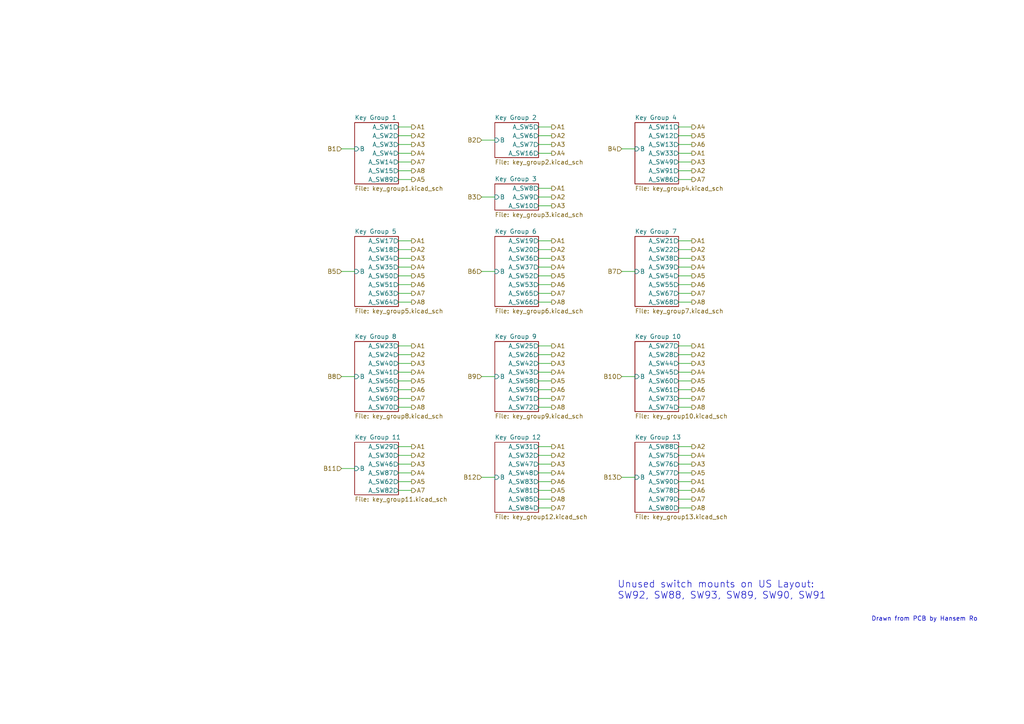
<source format=kicad_sch>
(kicad_sch (version 20211123) (generator eeschema)
  (paper "A4")
  (lib_symbols)
  (wire (pts (xy 115.57 49.53) (xy 119.38 49.53)))
  (wire (pts (xy 139.7 40.64) (xy 143.51 40.64)))
  (wire (pts (xy 139.7 57.15) (xy 143.51 57.15)))
  (wire (pts (xy 115.57 139.7) (xy 119.38 139.7)))
  (wire (pts (xy 139.7 138.43) (xy 143.51 138.43)))
  (wire (pts (xy 156.21 80.01) (xy 160.02 80.01)))
  (wire (pts (xy 115.57 129.54) (xy 119.38 129.54)))
  (wire (pts (xy 115.57 137.16) (xy 119.38 137.16)))
  (wire (pts (xy 180.34 109.22) (xy 184.15 109.22)))
  (wire (pts (xy 156.21 44.45) (xy 160.02 44.45)))
  (wire (pts (xy 156.21 139.7) (xy 160.02 139.7)))
  (wire (pts (xy 196.85 113.03) (xy 200.66 113.03)))
  (wire (pts (xy 196.85 134.62) (xy 200.66 134.62)))
  (wire (pts (xy 196.85 129.54) (xy 200.66 129.54)))
  (wire (pts (xy 196.85 139.7) (xy 200.66 139.7)))
  (wire (pts (xy 156.21 59.69) (xy 160.02 59.69)))
  (wire (pts (xy 115.57 46.99) (xy 119.38 46.99)))
  (wire (pts (xy 115.57 82.55) (xy 119.38 82.55)))
  (wire (pts (xy 156.21 142.24) (xy 160.02 142.24)))
  (wire (pts (xy 99.06 43.18) (xy 102.87 43.18)))
  (wire (pts (xy 115.57 41.91) (xy 119.38 41.91)))
  (wire (pts (xy 156.21 74.93) (xy 160.02 74.93)))
  (wire (pts (xy 115.57 105.41) (xy 119.38 105.41)))
  (wire (pts (xy 115.57 132.08) (xy 119.38 132.08)))
  (wire (pts (xy 115.57 87.63) (xy 119.38 87.63)))
  (wire (pts (xy 196.85 72.39) (xy 200.66 72.39)))
  (wire (pts (xy 156.21 41.91) (xy 160.02 41.91)))
  (wire (pts (xy 156.21 132.08) (xy 160.02 132.08)))
  (wire (pts (xy 156.21 144.78) (xy 160.02 144.78)))
  (wire (pts (xy 156.21 72.39) (xy 160.02 72.39)))
  (wire (pts (xy 156.21 105.41) (xy 160.02 105.41)))
  (wire (pts (xy 156.21 36.83) (xy 160.02 36.83)))
  (wire (pts (xy 156.21 69.85) (xy 160.02 69.85)))
  (wire (pts (xy 115.57 102.87) (xy 119.38 102.87)))
  (wire (pts (xy 156.21 82.55) (xy 160.02 82.55)))
  (wire (pts (xy 196.85 105.41) (xy 200.66 105.41)))
  (wire (pts (xy 196.85 137.16) (xy 200.66 137.16)))
  (wire (pts (xy 156.21 77.47) (xy 160.02 77.47)))
  (wire (pts (xy 115.57 110.49) (xy 119.38 110.49)))
  (wire (pts (xy 196.85 85.09) (xy 200.66 85.09)))
  (wire (pts (xy 196.85 49.53) (xy 200.66 49.53)))
  (wire (pts (xy 196.85 102.87) (xy 200.66 102.87)))
  (wire (pts (xy 115.57 36.83) (xy 119.38 36.83)))
  (wire (pts (xy 196.85 107.95) (xy 200.66 107.95)))
  (wire (pts (xy 156.21 54.61) (xy 160.02 54.61)))
  (wire (pts (xy 196.85 69.85) (xy 200.66 69.85)))
  (wire (pts (xy 115.57 107.95) (xy 119.38 107.95)))
  (wire (pts (xy 115.57 115.57) (xy 119.38 115.57)))
  (wire (pts (xy 156.21 110.49) (xy 160.02 110.49)))
  (wire (pts (xy 99.06 109.22) (xy 102.87 109.22)))
  (wire (pts (xy 156.21 57.15) (xy 160.02 57.15)))
  (wire (pts (xy 196.85 147.32) (xy 200.66 147.32)))
  (wire (pts (xy 196.85 110.49) (xy 200.66 110.49)))
  (wire (pts (xy 156.21 118.11) (xy 160.02 118.11)))
  (wire (pts (xy 156.21 134.62) (xy 160.02 134.62)))
  (wire (pts (xy 99.06 135.89) (xy 102.87 135.89)))
  (wire (pts (xy 115.57 74.93) (xy 119.38 74.93)))
  (wire (pts (xy 196.85 39.37) (xy 200.66 39.37)))
  (wire (pts (xy 99.06 78.74) (xy 102.87 78.74)))
  (wire (pts (xy 156.21 87.63) (xy 160.02 87.63)))
  (wire (pts (xy 196.85 100.33) (xy 200.66 100.33)))
  (wire (pts (xy 115.57 69.85) (xy 119.38 69.85)))
  (wire (pts (xy 196.85 77.47) (xy 200.66 77.47)))
  (wire (pts (xy 139.7 109.22) (xy 143.51 109.22)))
  (wire (pts (xy 115.57 77.47) (xy 119.38 77.47)))
  (wire (pts (xy 115.57 134.62) (xy 119.38 134.62)))
  (wire (pts (xy 156.21 113.03) (xy 160.02 113.03)))
  (wire (pts (xy 115.57 39.37) (xy 119.38 39.37)))
  (wire (pts (xy 156.21 115.57) (xy 160.02 115.57)))
  (wire (pts (xy 115.57 52.07) (xy 119.38 52.07)))
  (wire (pts (xy 196.85 144.78) (xy 200.66 144.78)))
  (wire (pts (xy 196.85 87.63) (xy 200.66 87.63)))
  (wire (pts (xy 180.34 138.43) (xy 184.15 138.43)))
  (wire (pts (xy 196.85 74.93) (xy 200.66 74.93)))
  (wire (pts (xy 156.21 102.87) (xy 160.02 102.87)))
  (wire (pts (xy 115.57 118.11) (xy 119.38 118.11)))
  (wire (pts (xy 115.57 142.24) (xy 119.38 142.24)))
  (wire (pts (xy 115.57 80.01) (xy 119.38 80.01)))
  (wire (pts (xy 156.21 100.33) (xy 160.02 100.33)))
  (wire (pts (xy 196.85 132.08) (xy 200.66 132.08)))
  (wire (pts (xy 196.85 44.45) (xy 200.66 44.45)))
  (wire (pts (xy 196.85 115.57) (xy 200.66 115.57)))
  (wire (pts (xy 196.85 41.91) (xy 200.66 41.91)))
  (wire (pts (xy 196.85 46.99) (xy 200.66 46.99)))
  (wire (pts (xy 115.57 113.03) (xy 119.38 113.03)))
  (wire (pts (xy 196.85 118.11) (xy 200.66 118.11)))
  (wire (pts (xy 196.85 82.55) (xy 200.66 82.55)))
  (wire (pts (xy 196.85 142.24) (xy 200.66 142.24)))
  (wire (pts (xy 115.57 100.33) (xy 119.38 100.33)))
  (wire (pts (xy 156.21 107.95) (xy 160.02 107.95)))
  (wire (pts (xy 156.21 137.16) (xy 160.02 137.16)))
  (wire (pts (xy 115.57 44.45) (xy 119.38 44.45)))
  (wire (pts (xy 196.85 80.01) (xy 200.66 80.01)))
  (wire (pts (xy 115.57 72.39) (xy 119.38 72.39)))
  (wire (pts (xy 115.57 85.09) (xy 119.38 85.09)))
  (wire (pts (xy 196.85 36.83) (xy 200.66 36.83)))
  (wire (pts (xy 156.21 39.37) (xy 160.02 39.37)))
  (wire (pts (xy 156.21 129.54) (xy 160.02 129.54)))
  (wire (pts (xy 180.34 78.74) (xy 184.15 78.74)))
  (wire (pts (xy 156.21 85.09) (xy 160.02 85.09)))
  (wire (pts (xy 180.34 43.18) (xy 184.15 43.18)))
  (wire (pts (xy 139.7 78.74) (xy 143.51 78.74)))
  (wire (pts (xy 196.85 52.07) (xy 200.66 52.07)))
  (wire (pts (xy 156.21 147.32) (xy 160.02 147.32)))
  (text "Unused switch mounts on US Layout:\nSW92, SW88, SW93, SW89, SW90, SW91" (at 179.07 173.99 0) (effects (font (size 2 2)) (justify left bottom)))
  (text "Drawn from PCB by Hansem Ro" (at 252.73 180.34 0) (effects (font (size 1.27 1.27)) (justify left bottom)))
  (hierarchical_label "A2" (shape output) (at 160.02 102.87 0))
  (hierarchical_label "A3" (shape output) (at 200.66 105.41 0))
  (hierarchical_label "A3" (shape output) (at 160.02 74.93 0))
  (hierarchical_label "A6" (shape output) (at 119.38 113.03 0))
  (hierarchical_label "A2" (shape output) (at 160.02 57.15 0))
  (hierarchical_label "B10" (shape input) (at 180.34 109.22 180))
  (hierarchical_label "A1" (shape output) (at 119.38 129.54 0))
  (hierarchical_label "A3" (shape output) (at 200.66 134.62 0))
  (hierarchical_label "A6" (shape output) (at 119.38 82.55 0))
  (hierarchical_label "A8" (shape output) (at 160.02 144.78 0))
  (hierarchical_label "A8" (shape output) (at 200.66 87.63 0))
  (hierarchical_label "A3" (shape output) (at 200.66 46.99 0))
  (hierarchical_label "B1" (shape input) (at 99.06 43.18 180))
  (hierarchical_label "B12" (shape input) (at 139.7 138.43 180))
  (hierarchical_label "A5" (shape output) (at 119.38 80.01 0))
  (hierarchical_label "A3" (shape output) (at 119.38 74.93 0))
  (hierarchical_label "A5" (shape output) (at 200.66 137.16 0))
  (hierarchical_label "A1" (shape output) (at 160.02 100.33 0))
  (hierarchical_label "A8" (shape output) (at 160.02 87.63 0))
  (hierarchical_label "A8" (shape output) (at 119.38 49.53 0))
  (hierarchical_label "A5" (shape output) (at 160.02 110.49 0))
  (hierarchical_label "A7" (shape output) (at 160.02 147.32 0))
  (hierarchical_label "B7" (shape input) (at 180.34 78.74 180))
  (hierarchical_label "A8" (shape output) (at 200.66 147.32 0))
  (hierarchical_label "A4" (shape output) (at 119.38 77.47 0))
  (hierarchical_label "A1" (shape output) (at 119.38 100.33 0))
  (hierarchical_label "A1" (shape output) (at 200.66 100.33 0))
  (hierarchical_label "A5" (shape output) (at 119.38 139.7 0))
  (hierarchical_label "A2" (shape output) (at 160.02 72.39 0))
  (hierarchical_label "A3" (shape output) (at 119.38 105.41 0))
  (hierarchical_label "A2" (shape output) (at 200.66 49.53 0))
  (hierarchical_label "B5" (shape input) (at 99.06 78.74 180))
  (hierarchical_label "A1" (shape output) (at 160.02 54.61 0))
  (hierarchical_label "A7" (shape output) (at 160.02 85.09 0))
  (hierarchical_label "A5" (shape output) (at 200.66 39.37 0))
  (hierarchical_label "B11" (shape input) (at 99.06 135.89 180))
  (hierarchical_label "A7" (shape output) (at 200.66 85.09 0))
  (hierarchical_label "B4" (shape input) (at 180.34 43.18 180))
  (hierarchical_label "B3" (shape input) (at 139.7 57.15 180))
  (hierarchical_label "A5" (shape output) (at 160.02 80.01 0))
  (hierarchical_label "A7" (shape output) (at 119.38 85.09 0))
  (hierarchical_label "A2" (shape output) (at 119.38 132.08 0))
  (hierarchical_label "A8" (shape output) (at 119.38 118.11 0))
  (hierarchical_label "A6" (shape output) (at 160.02 113.03 0))
  (hierarchical_label "A1" (shape output) (at 119.38 36.83 0))
  (hierarchical_label "A2" (shape output) (at 160.02 39.37 0))
  (hierarchical_label "A5" (shape output) (at 200.66 80.01 0))
  (hierarchical_label "A3" (shape output) (at 119.38 134.62 0))
  (hierarchical_label "B8" (shape input) (at 99.06 109.22 180))
  (hierarchical_label "A2" (shape output) (at 119.38 72.39 0))
  (hierarchical_label "A1" (shape output) (at 160.02 36.83 0))
  (hierarchical_label "A3" (shape output) (at 200.66 74.93 0))
  (hierarchical_label "B2" (shape input) (at 139.7 40.64 180))
  (hierarchical_label "A1" (shape output) (at 160.02 69.85 0))
  (hierarchical_label "A7" (shape output) (at 119.38 142.24 0))
  (hierarchical_label "A4" (shape output) (at 160.02 137.16 0))
  (hierarchical_label "A1" (shape output) (at 200.66 139.7 0))
  (hierarchical_label "A6" (shape output) (at 200.66 113.03 0))
  (hierarchical_label "A4" (shape output) (at 200.66 36.83 0))
  (hierarchical_label "A7" (shape output) (at 160.02 115.57 0))
  (hierarchical_label "A4" (shape output) (at 119.38 44.45 0))
  (hierarchical_label "A8" (shape output) (at 119.38 87.63 0))
  (hierarchical_label "A4" (shape output) (at 200.66 77.47 0))
  (hierarchical_label "A4" (shape output) (at 119.38 107.95 0))
  (hierarchical_label "A1" (shape output) (at 160.02 129.54 0))
  (hierarchical_label "A7" (shape output) (at 200.66 144.78 0))
  (hierarchical_label "A1" (shape output) (at 119.38 69.85 0))
  (hierarchical_label "A2" (shape output) (at 119.38 102.87 0))
  (hierarchical_label "A7" (shape output) (at 119.38 115.57 0))
  (hierarchical_label "A4" (shape output) (at 160.02 77.47 0))
  (hierarchical_label "A7" (shape output) (at 119.38 46.99 0))
  (hierarchical_label "A3" (shape output) (at 160.02 41.91 0))
  (hierarchical_label "A1" (shape output) (at 200.66 69.85 0))
  (hierarchical_label "A3" (shape output) (at 160.02 134.62 0))
  (hierarchical_label "A5" (shape output) (at 160.02 142.24 0))
  (hierarchical_label "A2" (shape output) (at 200.66 102.87 0))
  (hierarchical_label "A3" (shape output) (at 160.02 59.69 0))
  (hierarchical_label "A6" (shape output) (at 160.02 139.7 0))
  (hierarchical_label "A6" (shape output) (at 200.66 142.24 0))
  (hierarchical_label "A2" (shape output) (at 160.02 132.08 0))
  (hierarchical_label "A4" (shape output) (at 200.66 132.08 0))
  (hierarchical_label "A4" (shape output) (at 160.02 107.95 0))
  (hierarchical_label "A6" (shape output) (at 200.66 41.91 0))
  (hierarchical_label "A4" (shape output) (at 200.66 107.95 0))
  (hierarchical_label "A3" (shape output) (at 160.02 105.41 0))
  (hierarchical_label "A8" (shape output) (at 160.02 118.11 0))
  (hierarchical_label "A2" (shape output) (at 200.66 72.39 0))
  (hierarchical_label "A5" (shape output) (at 119.38 52.07 0))
  (hierarchical_label "B9" (shape input) (at 139.7 109.22 180))
  (hierarchical_label "A5" (shape output) (at 200.66 110.49 0))
  (hierarchical_label "A2" (shape output) (at 119.38 39.37 0))
  (hierarchical_label "A2" (shape output) (at 200.66 129.54 0))
  (hierarchical_label "A7" (shape output) (at 200.66 52.07 0))
  (hierarchical_label "B13" (shape input) (at 180.34 138.43 180))
  (hierarchical_label "A1" (shape output) (at 200.66 44.45 0))
  (hierarchical_label "A6" (shape output) (at 200.66 82.55 0))
  (hierarchical_label "A5" (shape output) (at 119.38 110.49 0))
  (hierarchical_label "A8" (shape output) (at 200.66 118.11 0))
  (hierarchical_label "A7" (shape output) (at 200.66 115.57 0))
  (hierarchical_label "B6" (shape input) (at 139.7 78.74 180))
  (hierarchical_label "A6" (shape output) (at 160.02 82.55 0))
  (hierarchical_label "A4" (shape output) (at 160.02 44.45 0))
  (hierarchical_label "A4" (shape output) (at 119.38 137.16 0))
  (hierarchical_label "A3" (shape output) (at 119.38 41.91 0))
  (sheet (at 143.51 68.58) (size 12.7 20.32) (stroke (width 0.1524))
    (property "Sheet name" "Key Group 6" (at 143.51 67.8684 0) (effects (justify left bottom)))
    (property "Sheet file" "key_group6.kicad_sch" (at 143.51 89.4846 0) (effects (justify left top)))
    (pin "B" input (at 143.51 78.74 180))
    (pin "A_SW19" output (at 156.21 69.85 0))
    (pin "A_SW20" output (at 156.21 72.39 0))
    (pin "A_SW36" output (at 156.21 74.93 0))
    (pin "A_SW37" output (at 156.21 77.47 0))
    (pin "A_SW65" output (at 156.21 85.09 0))
    (pin "A_SW66" output (at 156.21 87.63 0))
    (pin "A_SW53" output (at 156.21 82.55 0))
    (pin "A_SW52" output (at 156.21 80.01 0))
  )
  (sheet (at 143.51 35.56) (size 12.7 10.16) (stroke (width 0.1524))
    (property "Sheet name" "Key Group 2" (at 143.51 34.8484 0) (effects (justify left bottom)))
    (property "Sheet file" "key_group2.kicad_sch" (at 143.51 46.3046 0) (effects (justify left top)))
    (pin "B" input (at 143.51 40.64 180))
    (pin "A_SW16" output (at 156.21 44.45 0))
    (pin "A_SW7" output (at 156.21 41.91 0))
    (pin "A_SW5" output (at 156.21 36.83 0))
    (pin "A_SW6" output (at 156.21 39.37 0))
  )
  (sheet (at 184.15 99.06) (size 12.7 20.32) (stroke (width 0.1524))
    (property "Sheet name" "Key Group 10" (at 184.15 98.3484 0) (effects (justify left bottom)))
    (property "Sheet file" "key_group10.kicad_sch" (at 184.15 119.9646 0) (effects (justify left top)))
    (pin "B" input (at 184.15 109.22 180))
    (pin "A_SW73" output (at 196.85 115.57 0))
    (pin "A_SW74" output (at 196.85 118.11 0))
    (pin "A_SW28" output (at 196.85 102.87 0))
    (pin "A_SW27" output (at 196.85 100.33 0))
    (pin "A_SW44" output (at 196.85 105.41 0))
    (pin "A_SW45" output (at 196.85 107.95 0))
    (pin "A_SW60" output (at 196.85 110.49 0))
    (pin "A_SW61" output (at 196.85 113.03 0))
  )
  (sheet (at 102.87 128.27) (size 12.7 15.24) (stroke (width 0.1524))
    (property "Sheet name" "Key Group 11" (at 102.87 127.5584 0) (effects (justify left bottom)))
    (property "Sheet file" "key_group11.kicad_sch" (at 102.87 144.0946 0) (effects (justify left top)))
    (pin "A_SW29" output (at 115.57 129.54 0))
    (pin "B" input (at 102.87 135.89 180))
    (pin "A_SW30" output (at 115.57 132.08 0))
    (pin "A_SW82" output (at 115.57 142.24 0))
    (pin "A_SW46" output (at 115.57 134.62 0))
    (pin "A_SW87" output (at 115.57 137.16 0))
    (pin "A_SW62" output (at 115.57 139.7 0))
  )
  (sheet (at 102.87 35.56) (size 12.7 17.78) (stroke (width 0.1524))
    (property "Sheet name" "Key Group 1" (at 102.87 34.8484 0) (effects (justify left bottom)))
    (property "Sheet file" "key_group1.kicad_sch" (at 102.87 53.9246 0) (effects (justify left top)))
    (pin "B" input (at 102.87 43.18 180))
    (pin "A_SW15" output (at 115.57 49.53 0))
    (pin "A_SW14" output (at 115.57 46.99 0))
    (pin "A_SW4" output (at 115.57 44.45 0))
    (pin "A_SW1" output (at 115.57 36.83 0))
    (pin "A_SW2" output (at 115.57 39.37 0))
    (pin "A_SW3" output (at 115.57 41.91 0))
    (pin "A_SW89" output (at 115.57 52.07 0))
  )
  (sheet (at 102.87 99.06) (size 12.7 20.32) (stroke (width 0.1524))
    (property "Sheet name" "Key Group 8" (at 102.87 98.3484 0) (effects (justify left bottom)))
    (property "Sheet file" "key_group8.kicad_sch" (at 102.87 119.9646 0) (effects (justify left top)))
    (pin "B" input (at 102.87 109.22 180))
    (pin "A_SW70" output (at 115.57 118.11 0))
    (pin "A_SW69" output (at 115.57 115.57 0))
    (pin "A_SW24" output (at 115.57 102.87 0))
    (pin "A_SW23" output (at 115.57 100.33 0))
    (pin "A_SW41" output (at 115.57 107.95 0))
    (pin "A_SW40" output (at 115.57 105.41 0))
    (pin "A_SW56" output (at 115.57 110.49 0))
    (pin "A_SW57" output (at 115.57 113.03 0))
  )
  (sheet (at 143.51 99.06) (size 12.7 20.32) (stroke (width 0.1524))
    (property "Sheet name" "Key Group 9" (at 143.51 98.3484 0) (effects (justify left bottom)))
    (property "Sheet file" "key_group9.kicad_sch" (at 143.51 119.9646 0) (effects (justify left top)))
    (pin "B" input (at 143.51 109.22 180))
    (pin "A_SW59" output (at 156.21 113.03 0))
    (pin "A_SW58" output (at 156.21 110.49 0))
    (pin "A_SW43" output (at 156.21 107.95 0))
    (pin "A_SW42" output (at 156.21 105.41 0))
    (pin "A_SW25" output (at 156.21 100.33 0))
    (pin "A_SW26" output (at 156.21 102.87 0))
    (pin "A_SW72" output (at 156.21 118.11 0))
    (pin "A_SW71" output (at 156.21 115.57 0))
  )
  (sheet (at 184.15 35.56) (size 12.7 17.78) (stroke (width 0.1524))
    (property "Sheet name" "Key Group 4" (at 184.15 34.8484 0) (effects (justify left bottom)))
    (property "Sheet file" "key_group4.kicad_sch" (at 184.15 53.9246 0) (effects (justify left top)))
    (pin "A_SW13" output (at 196.85 41.91 0))
    (pin "B" input (at 184.15 43.18 180))
    (pin "A_SW11" output (at 196.85 36.83 0))
    (pin "A_SW12" output (at 196.85 39.37 0))
    (pin "A_SW33" output (at 196.85 44.45 0))
    (pin "A_SW86" output (at 196.85 52.07 0))
    (pin "A_SW91" output (at 196.85 49.53 0))
    (pin "A_SW49" output (at 196.85 46.99 0))
  )
  (sheet (at 143.51 128.27) (size 12.7 20.32) (stroke (width 0.1524))
    (property "Sheet name" "Key Group 12" (at 143.51 127.5584 0) (effects (justify left bottom)))
    (property "Sheet file" "key_group12.kicad_sch" (at 143.51 149.1746 0) (effects (justify left top)))
    (pin "A_SW81" output (at 156.21 142.24 0))
    (pin "B" input (at 143.51 138.43 180))
    (pin "A_SW83" output (at 156.21 139.7 0))
    (pin "A_SW85" output (at 156.21 144.78 0))
    (pin "A_SW84" output (at 156.21 147.32 0))
    (pin "A_SW48" output (at 156.21 137.16 0))
    (pin "A_SW31" output (at 156.21 129.54 0))
    (pin "A_SW32" output (at 156.21 132.08 0))
    (pin "A_SW47" output (at 156.21 134.62 0))
  )
  (sheet (at 184.15 68.58) (size 12.7 20.32) (stroke (width 0.1524))
    (property "Sheet name" "Key Group 7" (at 184.15 67.8684 0) (effects (justify left bottom)))
    (property "Sheet file" "key_group7.kicad_sch" (at 184.15 89.4846 0) (effects (justify left top)))
    (pin "B" input (at 184.15 78.74 180))
    (pin "A_SW67" output (at 196.85 85.09 0))
    (pin "A_SW68" output (at 196.85 87.63 0))
    (pin "A_SW39" output (at 196.85 77.47 0))
    (pin "A_SW38" output (at 196.85 74.93 0))
    (pin "A_SW22" output (at 196.85 72.39 0))
    (pin "A_SW21" output (at 196.85 69.85 0))
    (pin "A_SW54" output (at 196.85 80.01 0))
    (pin "A_SW55" output (at 196.85 82.55 0))
  )
  (sheet (at 102.87 68.58) (size 12.7 20.32) (stroke (width 0.1524))
    (property "Sheet name" "Key Group 5" (at 102.87 67.8684 0) (effects (justify left bottom)))
    (property "Sheet file" "key_group5.kicad_sch" (at 102.87 89.4846 0) (effects (justify left top)))
    (pin "B" input (at 102.87 78.74 180))
    (pin "A_SW18" output (at 115.57 72.39 0))
    (pin "A_SW17" output (at 115.57 69.85 0))
    (pin "A_SW63" output (at 115.57 85.09 0))
    (pin "A_SW64" output (at 115.57 87.63 0))
    (pin "A_SW51" output (at 115.57 82.55 0))
    (pin "A_SW50" output (at 115.57 80.01 0))
    (pin "A_SW34" output (at 115.57 74.93 0))
    (pin "A_SW35" output (at 115.57 77.47 0))
  )
  (sheet (at 143.51 53.34) (size 12.7 7.62) (stroke (width 0.1524))
    (property "Sheet name" "Key Group 3" (at 143.51 52.6284 0) (effects (justify left bottom)))
    (property "Sheet file" "key_group3.kicad_sch" (at 143.51 61.5446 0) (effects (justify left top)))
    (pin "B" input (at 143.51 57.15 180))
    (pin "A_SW10" output (at 156.21 59.69 0))
    (pin "A_SW9" output (at 156.21 57.15 0))
    (pin "A_SW8" output (at 156.21 54.61 0))
  )
  (sheet (at 184.15 128.27) (size 12.7 20.32) (stroke (width 0.1524))
    (property "Sheet name" "Key Group 13" (at 184.15 127.5584 0) (effects (justify left bottom)))
    (property "Sheet file" "key_group13.kicad_sch" (at 184.15 149.1746 0) (effects (justify left top)))
    (pin "B" input (at 184.15 138.43 180))
    (pin "A_SW88" output (at 196.85 129.54 0))
    (pin "A_SW80" output (at 196.85 147.32 0))
    (pin "A_SW79" output (at 196.85 144.78 0))
    (pin "A_SW78" output (at 196.85 142.24 0))
    (pin "A_SW76" output (at 196.85 134.62 0))
    (pin "A_SW75" output (at 196.85 132.08 0))
    (pin "A_SW90" output (at 196.85 139.7 0))
    (pin "A_SW77" output (at 196.85 137.16 0))
  )
)
</source>
